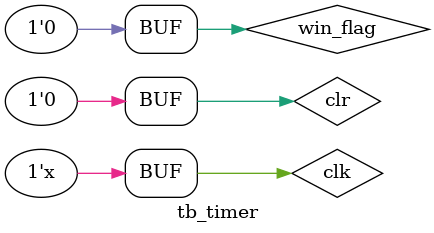
<source format=v>
`timescale 1ns / 1ps


module tb_timer;

	// Inputs
	reg clk;
	reg clr;
	reg win_flag;
	
	wire clk1hz;
	wire dclk;
	wire segclk;
	
	// Outputs
	wire lose_flag;
	wire [3:0] sec_u;
	wire [3:0] sec_t;
	wire [3:0] sec_h;
	wire [3:0] h_sec_u;
	wire [3:0] h_sec_t;
	wire [3:0] h_sec_h;

	clockdiv uut1 (
		.clk(clk), 
		.clr(clr), 
		.dclk(dclk), 
		.segclk(segclk), 
		.clk1hz(clk1hz)
	);
	
	// Instantiate the Unit Under Test (UUT)
	timer uut2 (
		.clk_high(clk), 
		.clk(clk1hz), 
		.clr(clr), 
		.win_flag(win_flag), 
		.lose_flag(lose_flag), 
		.sec_u(sec_u), 
		.sec_t(sec_t), 
		.sec_h(sec_h), 
		.h_sec_u(h_sec_u), 
		.h_sec_t(h_sec_t), 
		.h_sec_h(h_sec_h)
	);

	initial begin
		// Initialize Inputs
		clk = 0;
		clr = 0;
		win_flag = 0;
	

	end
	
	always begin
		#1 clk = !clk;
	end
	
	
      
endmodule


</source>
